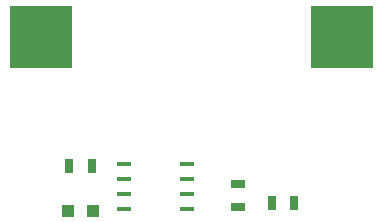
<source format=gtp>
G04 (created by PCBNEW (2013-07-07 BZR 4022)-stable) date 9/13/2014 6:53:18 PM*
%MOIN*%
G04 Gerber Fmt 3.4, Leading zero omitted, Abs format*
%FSLAX34Y34*%
G01*
G70*
G90*
G04 APERTURE LIST*
%ADD10C,0.00590551*%
%ADD11R,0.049X0.029*%
%ADD12R,0.029X0.049*%
%ADD13R,0.0412X0.0412*%
%ADD14R,0.210535X0.210535*%
%ADD15R,0.0491X0.0176*%
G04 APERTURE END LIST*
G54D10*
G54D11*
X8750Y1875D03*
X8750Y1125D03*
G54D12*
X3875Y2500D03*
X3125Y2500D03*
X9875Y1250D03*
X10625Y1250D03*
G54D13*
X3913Y1000D03*
X3087Y1000D03*
G54D14*
X12221Y6800D03*
X2178Y6800D03*
G54D15*
X7046Y2553D03*
X4946Y2553D03*
X7046Y2053D03*
X7046Y1553D03*
X7046Y1053D03*
X4946Y2053D03*
X4946Y1553D03*
X4946Y1053D03*
M02*

</source>
